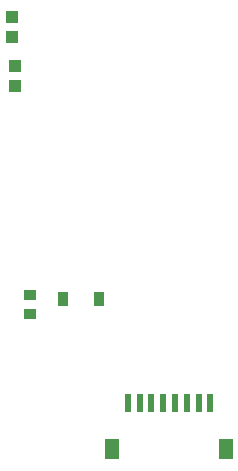
<source format=gbr>
%TF.GenerationSoftware,KiCad,Pcbnew,(6.0.11)*%
%TF.CreationDate,2023-03-01T16:43:23-07:00*%
%TF.ProjectId,Wirless-Module,5769726c-6573-4732-9d4d-6f64756c652e,rev?*%
%TF.SameCoordinates,Original*%
%TF.FileFunction,Paste,Top*%
%TF.FilePolarity,Positive*%
%FSLAX46Y46*%
G04 Gerber Fmt 4.6, Leading zero omitted, Abs format (unit mm)*
G04 Created by KiCad (PCBNEW (6.0.11)) date 2023-03-01 16:43:23*
%MOMM*%
%LPD*%
G01*
G04 APERTURE LIST*
%ADD10R,1.020000X0.940000*%
%ADD11R,0.600000X1.500000*%
%ADD12R,1.200000X1.800000*%
%ADD13R,0.965200X1.295400*%
%ADD14R,1.000000X1.100000*%
G04 APERTURE END LIST*
D10*
%TO.C,R1*%
X165820000Y-106040000D03*
X165820000Y-104460000D03*
%TD*%
D11*
%TO.C,P1*%
X174110000Y-113590000D03*
X175110000Y-113590000D03*
X176110000Y-113590000D03*
X177110000Y-113590000D03*
X178110000Y-113590000D03*
X179110000Y-113590000D03*
X180110000Y-113590000D03*
X181110000Y-113590000D03*
D12*
X182410000Y-117490000D03*
X172810000Y-117490000D03*
%TD*%
D13*
%TO.C,D1*%
X168636000Y-104820000D03*
X171684000Y-104820000D03*
%TD*%
D14*
%TO.C,C2*%
X164270000Y-82610000D03*
X164270000Y-80910000D03*
%TD*%
%TO.C,C1*%
X164520000Y-85070000D03*
X164520000Y-86770000D03*
%TD*%
M02*

</source>
